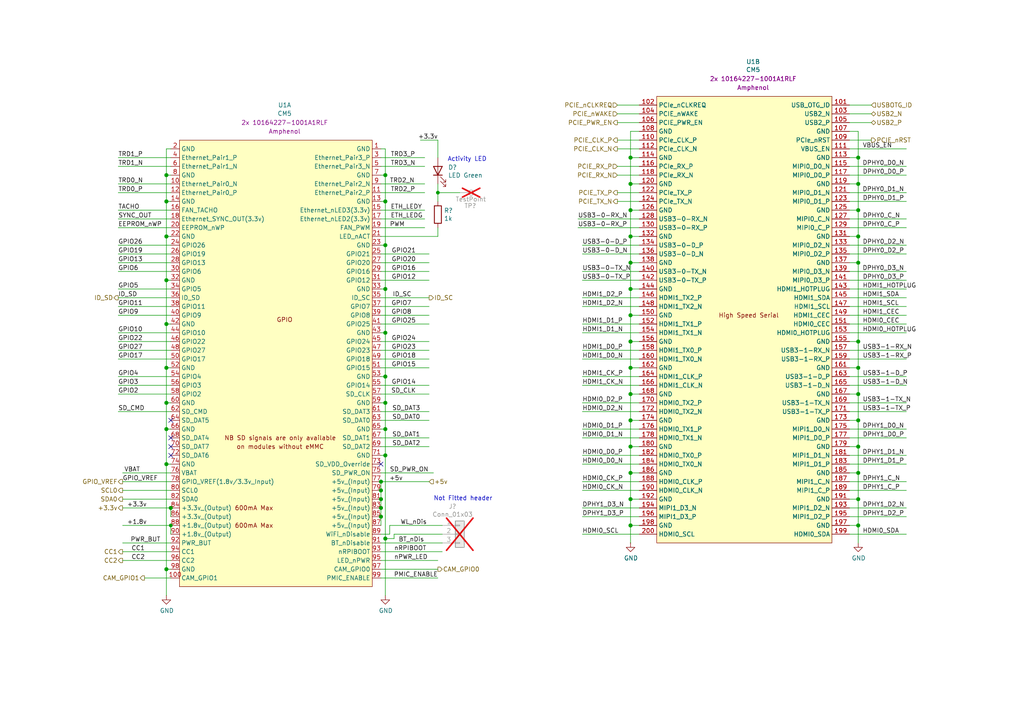
<source format=kicad_sch>
(kicad_sch (version 20250114) (generator "eeschema") (generator_version "9.0")
  (paper "A4")
  (text "Activity LED" (at 129.794 46.99 0) (effects (font (size 1.27 1.27)) (justify left bottom)))
  (text "Not Fitted header" (at 142.875 145.415 0) (effects (font (size 1.27 1.27)) (justify right bottom)))
  (junction (at 111.76 156.21) (diameter 1.016))
  (junction (at 48.26 134.62) (diameter 1.016))
  (junction (at 182.88 53.34) (diameter 1.016))
  (junction (at 248.92 114.3) (diameter 1.016))
  (junction (at 248.92 45.72) (diameter 1.016))
  (junction (at 248.92 121.92) (diameter 1.016))
  (junction (at 110.49 142.24) (diameter 1.016))
  (junction (at 248.92 144.78) (diameter 1.016))
  (junction (at 110.49 149.86) (diameter 1.016))
  (junction (at 48.26 124.46) (diameter 1.016))
  (junction (at 182.88 91.44) (diameter 1.016))
  (junction (at 49.53 152.4))
  (junction (at 111.76 124.46) (diameter 1.016))
  (junction (at 182.88 121.92) (diameter 1.016))
  (junction (at 182.88 152.4) (diameter 1.016))
  (junction (at 248.92 53.34) (diameter 1.016))
  (junction (at 248.92 76.2) (diameter 1.016))
  (junction (at 182.88 99.06) (diameter 1.016))
  (junction (at 182.88 129.54) (diameter 1.016))
  (junction (at 182.88 137.16) (diameter 1.016))
  (junction (at 110.49 139.7) (diameter 1.016))
  (junction (at 182.88 60.96) (diameter 1.016))
  (junction (at 48.26 116.84) (diameter 1.016))
  (junction (at 111.76 50.8) (diameter 1.016))
  (junction (at 182.88 106.68) (diameter 1.016))
  (junction (at 111.76 58.42) (diameter 1.016))
  (junction (at 48.26 58.42) (diameter 1.016))
  (junction (at 248.92 129.54) (diameter 1.016))
  (junction (at 111.76 96.52) (diameter 1.016))
  (junction (at 182.88 114.3) (diameter 1.016))
  (junction (at 248.92 68.58) (diameter 1.016))
  (junction (at 48.26 50.8) (diameter 1.016))
  (junction (at 110.49 147.32) (diameter 1.016))
  (junction (at 182.88 45.72) (diameter 1.016))
  (junction (at 182.88 144.78) (diameter 1.016))
  (junction (at 111.76 132.08) (diameter 1.016))
  (junction (at 127 55.88))
  (junction (at 248.92 106.68) (diameter 1.016))
  (junction (at 111.76 71.12) (diameter 1.016))
  (junction (at 182.88 76.2) (diameter 1.016))
  (junction (at 248.92 99.06) (diameter 1.016))
  (junction (at 182.88 83.82) (diameter 1.016))
  (junction (at 48.26 68.58) (diameter 1.016))
  (junction (at 48.26 81.28) (diameter 1.016))
  (junction (at 248.92 152.4) (diameter 1.016))
  (junction (at 182.88 68.58) (diameter 1.016))
  (junction (at 111.76 83.82) (diameter 1.016))
  (junction (at 48.26 165.1) (diameter 1.016))
  (junction (at 111.76 109.22) (diameter 1.016))
  (junction (at 48.26 106.68) (diameter 1.016))
  (junction (at 248.92 60.96) (diameter 1.016))
  (junction (at 49.53 147.32) (diameter 1.016))
  (junction (at 248.92 137.16) (diameter 1.016))
  (junction (at 110.49 144.78) (diameter 1.016))
  (junction (at 111.76 116.84) (diameter 1.016))
  (junction (at 48.26 93.98) (diameter 1.016))
  (no_connect (at 49.53 121.92))
  (no_connect (at 110.49 134.62))
  (no_connect (at 49.53 127))
  (no_connect (at 49.53 132.08))
  (no_connect (at 49.53 129.54))
  (wire (pts (xy 182.88 137.16) (xy 182.88 144.78)))
  (wire (pts (xy 110.49 124.46) (xy 111.76 124.46)))
  (wire (pts (xy 182.88 60.96) (xy 185.42 60.96)))
  (wire (pts (xy 34.29 76.2) (xy 49.53 76.2)))
  (wire (pts (xy 246.38 35.56) (xy 252.73 35.56)))
  (wire (pts (xy 246.38 144.78) (xy 248.92 144.78)))
  (wire (pts (xy 48.26 68.58) (xy 49.53 68.58)))
  (wire (pts (xy 248.92 137.16) (xy 248.92 144.78)))
  (wire (pts (xy 168.91 134.62) (xy 185.42 134.62)))
  (wire (pts (xy 34.29 63.5) (xy 49.53 63.5)))
  (wire (pts (xy 179.07 35.56) (xy 185.42 35.56)))
  (wire (pts (xy 248.92 152.4) (xy 248.92 157.48)))
  (wire (pts (xy 248.92 38.1) (xy 246.38 38.1)))
  (wire (pts (xy 168.91 78.74) (xy 185.42 78.74)))
  (wire (pts (xy 35.56 152.4) (xy 49.53 152.4)))
  (wire (pts (xy 168.91 132.08) (xy 185.42 132.08)))
  (wire (pts (xy 110.49 121.92) (xy 124.46 121.92)))
  (wire (pts (xy 246.38 58.42) (xy 262.89 58.42)))
  (wire (pts (xy 35.56 162.56) (xy 49.53 162.56)))
  (wire (pts (xy 110.49 43.18) (xy 111.76 43.18)))
  (wire (pts (xy 110.49 139.7) (xy 124.46 139.7)))
  (wire (pts (xy 182.88 76.2) (xy 182.88 83.82)))
  (wire (pts (xy 124.46 119.38) (xy 110.49 119.38)))
  (wire (pts (xy 110.49 88.9) (xy 124.46 88.9)))
  (wire (pts (xy 246.38 142.24) (xy 262.89 142.24)))
  (wire (pts (xy 111.76 132.08) (xy 111.76 156.21)))
  (wire (pts (xy 35.56 137.16) (xy 49.53 137.16)))
  (wire (pts (xy 246.38 106.68) (xy 248.92 106.68)))
  (wire (pts (xy 262.89 104.14) (xy 246.38 104.14)))
  (wire (pts (xy 246.38 60.96) (xy 248.92 60.96)))
  (wire (pts (xy 182.88 99.06) (xy 185.42 99.06)))
  (wire (pts (xy 182.88 76.2) (xy 185.42 76.2)))
  (wire (pts (xy 49.53 165.1) (xy 48.26 165.1)))
  (wire (pts (xy 179.07 30.48) (xy 185.42 30.48)))
  (wire (pts (xy 252.73 30.48) (xy 246.38 30.48)))
  (wire (pts (xy 182.88 68.58) (xy 182.88 76.2)))
  (wire (pts (xy 34.29 96.52) (xy 49.53 96.52)))
  (wire (pts (xy 246.38 137.16) (xy 248.92 137.16)))
  (wire (pts (xy 182.88 91.44) (xy 185.42 91.44)))
  (wire (pts (xy 48.26 116.84) (xy 48.26 124.46)))
  (wire (pts (xy 110.49 91.44) (xy 124.46 91.44)))
  (wire (pts (xy 168.91 149.86) (xy 185.42 149.86)))
  (wire (pts (xy 182.88 144.78) (xy 182.88 152.4)))
  (wire (pts (xy 110.49 81.28) (xy 124.46 81.28)))
  (wire (pts (xy 34.29 83.82) (xy 49.53 83.82)))
  (wire (pts (xy 110.49 48.26) (xy 123.19 48.26)))
  (wire (pts (xy 185.42 144.78) (xy 182.88 144.78)))
  (wire (pts (xy 246.38 96.52) (xy 262.89 96.52)))
  (wire (pts (xy 182.88 114.3) (xy 182.88 121.92)))
  (wire (pts (xy 110.49 165.1) (xy 127 165.1)))
  (wire (pts (xy 248.92 106.68) (xy 248.92 114.3)))
  (wire (pts (xy 111.76 96.52) (xy 111.76 109.22)))
  (wire (pts (xy 168.91 73.66) (xy 185.42 73.66)))
  (wire (pts (xy 248.92 129.54) (xy 248.92 137.16)))
  (wire (pts (xy 124.46 114.3) (xy 110.49 114.3)))
  (wire (pts (xy 34.29 109.22) (xy 49.53 109.22)))
  (wire (pts (xy 246.38 81.28) (xy 262.89 81.28)))
  (wire (pts (xy 48.26 106.68) (xy 48.26 116.84)))
  (wire (pts (xy 124.46 127) (xy 110.49 127)))
  (wire (pts (xy 114.3 156.21) (xy 114.3 154.94)))
  (wire (pts (xy 246.38 129.54) (xy 248.92 129.54)))
  (wire (pts (xy 110.49 157.48) (xy 128.27 157.48)))
  (wire (pts (xy 182.88 53.34) (xy 185.42 53.34)))
  (wire (pts (xy 182.88 152.4) (xy 182.88 157.48)))
  (wire (pts (xy 168.91 139.7) (xy 185.42 139.7)))
  (wire (pts (xy 35.56 142.24) (xy 49.53 142.24)))
  (wire (pts (xy 168.91 81.28) (xy 185.42 81.28)))
  (wire (pts (xy 111.76 116.84) (xy 111.76 124.46)))
  (wire (pts (xy 34.29 119.38) (xy 49.53 119.38)))
  (wire (pts (xy 246.38 91.44) (xy 262.89 91.44)))
  (wire (pts (xy 182.88 129.54) (xy 185.42 129.54)))
  (wire (pts (xy 246.38 134.62) (xy 262.89 134.62)))
  (wire (pts (xy 168.91 127) (xy 185.42 127)))
  (wire (pts (xy 110.49 73.66) (xy 124.46 73.66)))
  (wire (pts (xy 110.49 139.7) (xy 110.49 142.24)))
  (wire (pts (xy 168.91 124.46) (xy 185.42 124.46)))
  (wire (pts (xy 182.88 38.1) (xy 182.88 45.72)))
  (wire (pts (xy 246.38 149.86) (xy 262.89 149.86)))
  (wire (pts (xy 110.49 167.64) (xy 127 167.64)))
  (wire (pts (xy 113.03 152.4) (xy 128.27 152.4)))
  (wire (pts (xy 48.26 43.18) (xy 48.26 50.8)))
  (wire (pts (xy 246.38 45.72) (xy 248.92 45.72)))
  (wire (pts (xy 34.29 101.6) (xy 49.53 101.6)))
  (wire (pts (xy 34.29 45.72) (xy 49.53 45.72)))
  (wire (pts (xy 110.49 137.16) (xy 125.73 137.16)))
  (wire (pts (xy 168.91 116.84) (xy 185.42 116.84)))
  (wire (pts (xy 34.29 104.14) (xy 49.53 104.14)))
  (wire (pts (xy 48.26 68.58) (xy 48.26 81.28)))
  (wire (pts (xy 246.38 88.9) (xy 262.89 88.9)))
  (wire (pts (xy 168.91 109.22) (xy 185.42 109.22)))
  (wire (pts (xy 182.88 60.96) (xy 182.88 68.58)))
  (wire (pts (xy 110.49 99.06) (xy 124.46 99.06)))
  (wire (pts (xy 110.49 45.72) (xy 123.19 45.72)))
  (wire (pts (xy 110.49 111.76) (xy 124.46 111.76)))
  (wire (pts (xy 110.49 160.02) (xy 128.27 160.02)))
  (wire (pts (xy 34.29 114.3) (xy 49.53 114.3)))
  (wire (pts (xy 110.49 53.34) (xy 123.19 53.34)))
  (wire (pts (xy 168.91 142.24) (xy 185.42 142.24)))
  (wire (pts (xy 167.64 66.04) (xy 185.42 66.04)))
  (wire (pts (xy 246.38 66.04) (xy 262.89 66.04)))
  (wire (pts (xy 185.42 111.76) (xy 168.91 111.76)))
  (wire (pts (xy 48.26 116.84) (xy 49.53 116.84)))
  (wire (pts (xy 168.91 86.36) (xy 185.42 86.36)))
  (wire (pts (xy 246.38 83.82) (xy 262.89 83.82)))
  (wire (pts (xy 179.07 55.88) (xy 185.42 55.88)))
  (wire (pts (xy 34.29 91.44) (xy 49.53 91.44)))
  (wire (pts (xy 110.49 116.84) (xy 111.76 116.84)))
  (wire (pts (xy 111.76 109.22) (xy 111.76 116.84)))
  (wire (pts (xy 110.49 149.86) (xy 110.49 152.4)))
  (wire (pts (xy 246.38 86.36) (xy 262.89 86.36)))
  (wire (pts (xy 127 55.88) (xy 127 53.34)))
  (wire (pts (xy 246.38 99.06) (xy 248.92 99.06)))
  (wire (pts (xy 49.53 50.8) (xy 48.26 50.8)))
  (wire (pts (xy 182.88 91.44) (xy 182.88 99.06)))
  (wire (pts (xy 246.38 116.84) (xy 262.89 116.84)))
  (wire (pts (xy 110.49 162.56) (xy 127 162.56)))
  (wire (pts (xy 48.26 93.98) (xy 49.53 93.98)))
  (wire (pts (xy 182.88 68.58) (xy 185.42 68.58)))
  (wire (pts (xy 246.38 78.74) (xy 262.89 78.74)))
  (wire (pts (xy 182.88 83.82) (xy 182.88 91.44)))
  (wire (pts (xy 34.29 86.36) (xy 49.53 86.36)))
  (wire (pts (xy 48.26 134.62) (xy 49.53 134.62)))
  (wire (pts (xy 35.56 157.48) (xy 49.53 157.48)))
  (wire (pts (xy 34.29 111.76) (xy 49.53 111.76)))
  (wire (pts (xy 111.76 43.18) (xy 111.76 50.8)))
  (wire (pts (xy 48.26 58.42) (xy 48.26 68.58)))
  (wire (pts (xy 182.88 114.3) (xy 185.42 114.3)))
  (wire (pts (xy 35.56 144.78) (xy 49.53 144.78)))
  (wire (pts (xy 179.07 40.64) (xy 185.42 40.64)))
  (wire (pts (xy 34.29 66.04) (xy 49.53 66.04)))
  (wire (pts (xy 121.92 40.64) (xy 127 40.64)))
  (wire (pts (xy 168.91 154.94) (xy 185.42 154.94)))
  (wire (pts (xy 182.88 45.72) (xy 182.88 53.34)))
  (wire (pts (xy 168.91 71.12) (xy 185.42 71.12)))
  (wire (pts (xy 179.07 33.02) (xy 185.42 33.02)))
  (wire (pts (xy 110.49 144.78) (xy 110.49 147.32)))
  (wire (pts (xy 110.49 106.68) (xy 124.46 106.68)))
  (wire (pts (xy 246.38 139.7) (xy 262.89 139.7)))
  (wire (pts (xy 111.76 50.8) (xy 111.76 58.42)))
  (wire (pts (xy 48.26 134.62) (xy 48.26 165.1)))
  (wire (pts (xy 182.88 106.68) (xy 182.88 114.3)))
  (wire (pts (xy 111.76 71.12) (xy 111.76 83.82)))
  (wire (pts (xy 246.38 63.5) (xy 262.89 63.5)))
  (wire (pts (xy 110.49 93.98) (xy 124.46 93.98)))
  (wire (pts (xy 246.38 55.88) (xy 262.89 55.88)))
  (wire (pts (xy 246.38 119.38) (xy 262.89 119.38)))
  (wire (pts (xy 246.38 50.8) (xy 262.89 50.8)))
  (wire (pts (xy 179.07 43.18) (xy 185.42 43.18)))
  (wire (pts (xy 246.38 33.02) (xy 252.73 33.02)))
  (wire (pts (xy 110.49 60.96) (xy 123.19 60.96)))
  (wire (pts (xy 168.91 88.9) (xy 185.42 88.9)))
  (wire (pts (xy 111.76 156.21) (xy 114.3 156.21)))
  (wire (pts (xy 246.38 152.4) (xy 248.92 152.4)))
  (wire (pts (xy 49.53 43.18) (xy 48.26 43.18)))
  (wire (pts (xy 35.56 147.32) (xy 49.53 147.32)))
  (wire (pts (xy 110.49 71.12) (xy 111.76 71.12)))
  (wire (pts (xy 34.29 88.9) (xy 49.53 88.9)))
  (wire (pts (xy 246.38 93.98) (xy 262.89 93.98)))
  (wire (pts (xy 246.38 68.58) (xy 248.92 68.58)))
  (wire (pts (xy 182.88 53.34) (xy 182.88 60.96)))
  (wire (pts (xy 246.38 124.46) (xy 262.89 124.46)))
  (wire (pts (xy 185.42 152.4) (xy 182.88 152.4)))
  (wire (pts (xy 110.49 83.82) (xy 111.76 83.82)))
  (wire (pts (xy 110.49 55.88) (xy 123.19 55.88)))
  (wire (pts (xy 48.26 50.8) (xy 48.26 58.42)))
  (wire (pts (xy 48.26 93.98) (xy 48.26 106.68)))
  (wire (pts (xy 185.42 38.1) (xy 182.88 38.1)))
  (wire (pts (xy 34.29 71.12) (xy 49.53 71.12)))
  (wire (pts (xy 246.38 147.32) (xy 262.89 147.32)))
  (wire (pts (xy 182.88 121.92) (xy 182.88 129.54)))
  (wire (pts (xy 48.26 124.46) (xy 48.26 134.62)))
  (wire (pts (xy 182.88 121.92) (xy 185.42 121.92)))
  (wire (pts (xy 34.29 55.88) (xy 49.53 55.88)))
  (wire (pts (xy 110.49 66.04) (xy 123.19 66.04)))
  (wire (pts (xy 248.92 60.96) (xy 248.92 53.34)))
  (wire (pts (xy 49.53 154.94) (xy 49.53 152.4)))
  (wire (pts (xy 248.92 99.06) (xy 248.92 106.68)))
  (wire (pts (xy 110.49 154.94) (xy 113.03 154.94)))
  (wire (pts (xy 246.38 121.92) (xy 248.92 121.92)))
  (wire (pts (xy 248.92 114.3) (xy 248.92 121.92)))
  (wire (pts (xy 49.53 149.86) (xy 49.53 147.32)))
  (wire (pts (xy 110.49 147.32) (xy 110.49 149.86)))
  (wire (pts (xy 127 58.42) (xy 127 55.88)))
  (wire (pts (xy 246.38 127) (xy 262.89 127)))
  (wire (pts (xy 246.38 53.34) (xy 248.92 53.34)))
  (wire (pts (xy 168.91 93.98) (xy 185.42 93.98)))
  (wire (pts (xy 110.49 68.58) (xy 127 68.58)))
  (wire (pts (xy 246.38 43.18) (xy 262.89 43.18)))
  (wire (pts (xy 127 55.88) (xy 133.35 55.88)))
  (wire (pts (xy 110.49 129.54) (xy 124.46 129.54)))
  (wire (pts (xy 110.49 76.2) (xy 124.46 76.2)))
  (wire (pts (xy 248.92 76.2) (xy 248.92 99.06)))
  (wire (pts (xy 185.42 50.8) (xy 179.07 50.8)))
  (wire (pts (xy 182.88 45.72) (xy 185.42 45.72)))
  (wire (pts (xy 248.92 144.78) (xy 248.92 152.4)))
  (wire (pts (xy 48.26 81.28) (xy 48.26 93.98)))
  (wire (pts (xy 246.38 109.22) (xy 262.89 109.22)))
  (wire (pts (xy 246.38 48.26) (xy 262.89 48.26)))
  (wire (pts (xy 111.76 83.82) (xy 111.76 96.52)))
  (wire (pts (xy 127 68.58) (xy 127 66.04)))
  (wire (pts (xy 41.91 167.64) (xy 49.53 167.64)))
  (wire (pts (xy 110.49 63.5) (xy 123.19 63.5)))
  (wire (pts (xy 168.91 104.14) (xy 185.42 104.14)))
  (wire (pts (xy 34.29 99.06) (xy 49.53 99.06)))
  (wire (pts (xy 246.38 73.66) (xy 262.89 73.66)))
  (wire (pts (xy 48.26 81.28) (xy 49.53 81.28)))
  (wire (pts (xy 110.49 58.42) (xy 111.76 58.42)))
  (wire (pts (xy 246.38 71.12) (xy 262.89 71.12)))
  (wire (pts (xy 110.49 132.08) (xy 111.76 132.08)))
  (wire (pts (xy 182.88 137.16) (xy 185.42 137.16)))
  (wire (pts (xy 168.91 119.38) (xy 185.42 119.38)))
  (wire (pts (xy 111.76 156.21) (xy 111.76 172.72)))
  (wire (pts (xy 182.88 83.82) (xy 185.42 83.82)))
  (wire (pts (xy 248.92 45.72) (xy 248.92 38.1)))
  (wire (pts (xy 34.29 48.26) (xy 49.53 48.26)))
  (wire (pts (xy 110.49 104.14) (xy 124.46 104.14)))
  (wire (pts (xy 110.49 78.74) (xy 124.46 78.74)))
  (wire (pts (xy 246.38 111.76) (xy 262.89 111.76)))
  (wire (pts (xy 111.76 124.46) (xy 111.76 132.08)))
  (wire (pts (xy 246.38 40.64) (xy 252.73 40.64)))
  (wire (pts (xy 168.91 96.52) (xy 185.42 96.52)))
  (wire (pts (xy 182.88 106.68) (xy 185.42 106.68)))
  (wire (pts (xy 185.42 48.26) (xy 179.07 48.26)))
  (wire (pts (xy 34.29 73.66) (xy 49.53 73.66)))
  (wire (pts (xy 182.88 99.06) (xy 182.88 106.68)))
  (wire (pts (xy 34.29 78.74) (xy 49.53 78.74)))
  (wire (pts (xy 167.64 63.5) (xy 185.42 63.5)))
  (wire (pts (xy 110.49 50.8) (xy 111.76 50.8)))
  (wire (pts (xy 49.53 58.42) (xy 48.26 58.42)))
  (wire (pts (xy 246.38 154.94) (xy 262.89 154.94)))
  (wire (pts (xy 248.92 68.58) (xy 248.92 60.96)))
  (wire (pts (xy 34.29 53.34) (xy 49.53 53.34)))
  (wire (pts (xy 182.88 129.54) (xy 182.88 137.16)))
  (wire (pts (xy 246.38 132.08) (xy 262.89 132.08)))
  (wire (pts (xy 110.49 142.24) (xy 110.49 144.78)))
  (wire (pts (xy 248.92 121.92) (xy 248.92 129.54)))
  (wire (pts (xy 168.91 147.32) (xy 185.42 147.32)))
  (wire (pts (xy 179.07 58.42) (xy 185.42 58.42)))
  (wire (pts (xy 246.38 114.3) (xy 248.92 114.3)))
  (wire (pts (xy 35.56 139.7) (xy 49.53 139.7)))
  (wire (pts (xy 111.76 58.42) (xy 111.76 71.12)))
  (wire (pts (xy 35.56 160.02) (xy 49.53 160.02)))
  (wire (pts (xy 48.26 106.68) (xy 49.53 106.68)))
  (wire (pts (xy 113.03 154.94) (xy 113.03 152.4)))
  (wire (pts (xy 248.92 53.34) (xy 248.92 45.72)))
  (wire (pts (xy 110.49 101.6) (xy 124.46 101.6)))
  (wire (pts (xy 48.26 124.46) (xy 49.53 124.46)))
  (wire (pts (xy 110.49 86.36) (xy 124.46 86.36)))
  (wire (pts (xy 110.49 96.52) (xy 111.76 96.52)))
  (wire (pts (xy 114.3 154.94) (xy 128.27 154.94)))
  (wire (pts (xy 246.38 101.6) (xy 262.89 101.6)))
  (wire (pts (xy 48.26 165.1) (xy 48.26 172.72)))
  (wire (pts (xy 248.92 76.2) (xy 248.92 68.58)))
  (wire (pts (xy 110.49 109.22) (xy 111.76 109.22)))
  (wire (pts (xy 34.29 60.96) (xy 49.53 60.96)))
  (wire (pts (xy 127 40.64) (xy 127 45.72)))
  (wire (pts (xy 246.38 76.2) (xy 248.92 76.2)))
  (wire (pts (xy 168.91 101.6) (xy 185.42 101.6)))
  (label "HDMI1_D0_N" (at 168.91 104.14 0))
  (label "TRD2_P" (at 113.284 55.88 0))
  (label "USB3-1-D_N" (at 250.19 111.76 0))
  (label "DPHY0_D0_P" (at 262.255 50.8 180))
  (label "DPHY1_D1_N" (at 262.255 132.08 180))
  (label "HDMI1_HOTPLUG" (at 250.19 83.82 0))
  (label "+5v" (at 116.84 139.7 180))
  (label "GPIO13" (at 34.29 76.2 0))
  (label "HDMI1_CEC" (at 250.19 91.44 0))
  (label "GPIO14" (at 120.65 111.76 180))
  (label "GPIO24" (at 120.65 99.06 180))
  (label "GPIO11" (at 34.29 88.9 0))
  (label "GPIO26" (at 34.29 71.12 0))
  (label "HDMI1_SCL" (at 250.19 88.9 0))
  (label "GPIO22" (at 34.29 99.06 0))
  (label "TRD3_N" (at 113.284 48.26 0))
  (label "GPIO18" (at 120.65 104.14 180))
  (label "ETH_LEDY" (at 113.284 60.96 0))
  (label "nPWR_LED" (at 114.3 162.56 0))
  (label "HDMI0_D0_N" (at 168.91 134.62 0))
  (label "HDMI0_D0_P" (at 168.91 132.08 0))
  (label "WL_nDis" (at 123.825 152.4 180))
  (label "TRD3_P" (at 113.284 45.72 0))
  (label "DPHY1_D0_P" (at 262.255 127 180))
  (label "HDMI1_D2_N" (at 168.91 88.9 0))
  (label "VBUS_EN" (at 250.19 43.18 0))
  (label "GPIO27" (at 34.29 101.6 0))
  (label "USB3-0-D_P" (at 168.91 71.12 0))
  (label "SD_PWR_ON" (at 113.03 137.16 0))
  (label "HDMI1_SDA" (at 250.19 86.36 0))
  (label "+1.8v" (at 36.83 152.4 0))
  (label "HDMI0_HOTPLUG" (at 250.19 96.52 0))
  (label "GPIO2" (at 34.29 114.3 0))
  (label "PWM" (at 113.03 66.04 0))
  (label "nRPIBOOT" (at 114.3 160.02 0))
  (label "BT_nDis" (at 123.0376 157.48 180))
  (label "GPIO4" (at 34.29 109.22 0))
  (label "GPIO19" (at 34.29 73.66 0))
  (label "SD_DAT3" (at 121.92 119.38 180))
  (label "SD_DAT1" (at 121.92 127 180))
  (label "HDMI0_CEC" (at 250.19 93.98 0))
  (label "HDMI1_CK_P" (at 168.91 109.22 0))
  (label "DPHY1_C_P" (at 250.19 142.24 0))
  (label "USB3-0-TX_P" (at 168.91 81.28 0))
  (label "DPHY0_D2_N" (at 250.19 71.12 0))
  (label "GPIO_VREF" (at 35.56 139.7 0))
  (label "HDMI1_D1_N" (at 168.91 96.52 0))
  (label "ETH_LEDG" (at 113.284 63.5 0))
  (label "HDMI0_D2_P" (at 168.91 116.84 0))
  (label "TRD1_P" (at 34.29 45.72 0))
  (label "HDMI0_SDA" (at 250.19 154.94 0))
  (label "DPHY0_C_N" (at 250.19 63.5 0))
  (label "GPIO10" (at 34.29 96.52 0))
  (label "+3.3v" (at 127 40.64 180))
  (label "PWR_BUT" (at 37.846 157.48 0))
  (label "HDMI0_SCL" (at 168.91 154.94 0))
  (label "HDMI1_CK_N" (at 168.91 111.76 0))
  (label "HDMI1_D0_P" (at 168.91 101.6 0))
  (label "+3.3v" (at 36.83 147.32 0))
  (label "TRD1_N" (at 34.29 48.26 0))
  (label "USB3-1-RX_P" (at 250.19 104.14 0))
  (label "DPHY1_D2_N" (at 250.19 147.32 0))
  (label "GPIO5" (at 34.29 83.82 0))
  (label "SYNC_OUT" (at 34.29 63.5 0))
  (label "GPIO20" (at 120.65 76.2 180))
  (label "DPHY1_D1_P" (at 262.255 134.62 180))
  (label "HDMI0_CK_N" (at 168.91 142.24 0))
  (label "GPIO21" (at 120.65 73.66 180))
  (label "DPHY0_D0_N" (at 262.255 48.26 180))
  (label "SD_DAT2" (at 121.92 129.54 180))
  (label "DPHY0_D3_P" (at 262.255 81.28 180))
  (label "TRD0_N" (at 34.29 53.34 0))
  (label "GPIO6" (at 34.29 78.74 0))
  (label "USB3-0-RX_P" (at 167.64 66.04 0))
  (label "PMIC_ENABLE" (at 127 167.64 180))
  (label "GPIO7" (at 119.38 88.9 180))
  (label "DPHY0_D3_N" (at 262.255 78.74 180))
  (label "DPHY1_D2_P" (at 250.19 149.86 0))
  (label "CC1" (at 38.1 160.02 0))
  (label "DPHY0_D1_N" (at 262.255 55.88 180))
  (label "USB3-1-TX_P" (at 250.19 119.38 0))
  (label "ID_SD" (at 34.29 86.36 0))
  (label "DPHY1_C_N" (at 250.19 139.7 0))
  (label "DPHY0_D1_P" (at 262.255 58.42 180))
  (label "HDMI1_D1_P" (at 168.91 93.98 0))
  (label "GPIO25" (at 120.65 93.98 180))
  (label "HDMI0_D1_P" (at 168.91 124.46 0))
  (label "EEPROM_nWP" (at 34.29 66.04 0))
  (label "DPHY0_D2_P" (at 250.19 73.66 0))
  (label "HDMI0_D1_N" (at 168.91 127 0))
  (label "GPIO3" (at 34.29 111.76 0))
  (label "HDMI0_CK_P" (at 168.91 139.7 0))
  (label "USB3-0-RX_N" (at 167.64 63.5 0))
  (label "GPIO17" (at 34.29 104.14 0))
  (label "HDMI0_D2_N" (at 168.91 119.38 0))
  (label "DPHY0_C_P" (at 250.19 66.04 0))
  (label "USB3-1-D_P" (at 250.19 109.22 0))
  (label "GPIO8" (at 119.38 91.44 180))
  (label "TACHO" (at 34.29 60.96 0))
  (label "DPHY1_D0_N" (at 262.255 124.46 180))
  (label "USB3-0-TX_N" (at 168.91 78.74 0))
  (label "GPIO12" (at 120.65 81.28 180))
  (label "GPIO9" (at 34.29 91.44 0))
  (label "USB3-1-TX_N" (at 250.19 116.84 0))
  (label "SD_DAT0" (at 121.92 121.92 180))
  (label "GPIO23" (at 120.65 101.6 180))
  (label "VBAT" (at 40.64 137.16 180))
  (label "DPHY1_D3_P" (at 168.91 149.86 0))
  (label "CC2" (at 38.1 162.56 0))
  (label "SD_CMD" (at 34.29 119.38 0))
  (label "HDMI1_D2_P" (at 168.91 86.36 0))
  (label "ID_SC" (at 119.38 86.36 180))
  (label "USB3-0-D_N" (at 168.91 73.66 0))
  (label "DPHY1_D3_N" (at 168.91 147.32 0))
  (label "GPIO16" (at 120.65 78.74 180))
  (label "GPIO15" (at 120.65 106.68 180))
  (label "TRD2_N" (at 113.03 53.34 0))
  (label "TRD0_P" (at 34.29 55.88 0))
  (label "USB3-1-RX_N" (at 250.19 101.6 0))
  (label "SD_CLK" (at 120.65 114.3 180))
  (hierarchical_label "PCIE_TX_P" (shape output) (at 179.07 55.88 180))
  (hierarchical_label "CC2" (shape output) (at 35.56 162.56 180))
  (hierarchical_label "ID_SC" (shape output) (at 124.46 86.36 0))
  (hierarchical_label "GPIO_VREF" (shape output) (at 35.56 139.7 180))
  (hierarchical_label "USB2_P" (shape bidirectional) (at 252.73 35.56 0))
  (hierarchical_label "PCIE_nWAKE" (shape input) (at 179.07 33.02 180))
  (hierarchical_label "USBOTG_ID" (shape input) (at 252.73 30.48 0))
  (hierarchical_label "PCIE_nRST" (shape output) (at 252.73 40.64 0))
  (hierarchical_label "PCIE_TX_N" (shape output) (at 179.07 58.42 180))
  (hierarchical_label "CAM_GPIO0" (shape output) (at 127 165.1 0))
  (hierarchical_label "ID_SD" (shape output) (at 34.29 86.36 180))
  (hierarchical_label "PCIE_nCLKREQ" (shape input) (at 179.07 30.48 180))
  (hierarchical_label "+5v" (shape input) (at 124.46 139.7 0))
  (hierarchical_label "+3.3v" (shape output) (at 35.56 147.32 180))
  (hierarchical_label "USB2_N" (shape bidirectional) (at 252.73 33.02 0))
  (hierarchical_label "SCL0" (shape output) (at 35.56 142.24 180))
  (hierarchical_label "CAM_GPIO1" (shape output) (at 41.91 167.64 180))
  (hierarchical_label "PCIE_CLK_N" (shape output) (at 179.07 43.18 180))
  (hierarchical_label "PCIE_PWR_EN" (shape output) (at 179.07 35.56 180))
  (hierarchical_label "CC1" (shape output) (at 35.56 160.02 180))
  (hierarchical_label "PCIE_RX_P" (shape input) (at 179.07 48.26 180))
  (hierarchical_label "PCIE_RX_N" (shape input) (at 179.07 50.8 180))
  (hierarchical_label "SDA0" (shape output) (at 35.56 144.78 180))
  (hierarchical_label "PCIE_CLK_P" (shape output) (at 179.07 40.64 180))
  (symbol (lib_id "power:GND") (at 248.92 157.48 0) (unit 1)
    (property "Reference" "#PWR?" (effects (hide yes)))
    (property "Value" "GND" (at 249.047 161.8742 0))
    (property "Description" "Power symbol creates a global label with name \"GND\" , ground" (effects (hide yes)))
  )
  (symbol (lib_id "power:GND") (at 182.88 157.48 0) (unit 1)
    (property "Reference" "#PWR?" (effects (hide yes)))
    (property "Value" "GND" (at 183.007 161.8742 0))
    (property "Description" "Power symbol creates a global label with name \"GND\" , ground" (effects (hide yes)))
  )
  (symbol (lib_id "Device:LED") (at 127 49.53 90) (unit 1)
    (property "Reference" "D?" (at 129.9718 48.5394 90) (effects (justify right)))
    (property "Value" "LED Green" (at 129.9718 50.8508 90) (effects (justify right)))
    (property "Footprint" "LED_SMD:LED_0603_1608Metric" (effects (hide yes)))
    (property "Datasheet" "http://optoelectronics.liteon.com/upload/download/DS22-2000-226/LTST-S270KGKT.pdf" (effects (hide yes)))
    (property "Field4" "Digikey " (effects (hide yes)))
    (property "Field5" "LTST-S270KGKT" (effects (hide yes)))
    (property "Field6" "SML-A12M8TT86N" (effects (hide yes)))
    (property "Field7" "Rohm" (effects (hide yes)))
    (property "Field8" "650263301" (effects (hide yes)))
    (property "Part Description" "	Green 572nm LED Indication - Discrete 2.2V 2-SMD, No Lead" (effects (hide yes)))
  )
  (symbol (lib_id "Device:R") (at 127 62.23 0) (unit 1)
    (property "Reference" "R?" (at 128.778 61.0616 0) (effects (justify left)))
    (property "Value" "1k" (at 128.778 63.373 0) (effects (justify left)))
    (property "Footprint" "Resistor_SMD:R_0402_1005Metric" (effects (hide yes)))
    (property "Datasheet" "https://fscdn.rohm.com/en/products/databook/datasheet/passive/resistor/chip_resistor/mcr-e.pdf" (effects (hide yes)))
    (property "Field4" "Farnell" (effects (hide yes)))
    (property "Field5" "9239235" (effects (hide yes)))
    (property "Field7" "KOA EUROPE GMBH" (effects (hide yes)))
    (property "Field6" "RK73H1ETTP1001F" (effects (hide yes)))
    (property "Part Description" "Resistor 1K M1005 1% 63mW" (effects (hide yes)))
    (property "Field8" "125049511" (effects (hide yes)))
  )
  (symbol (lib_id "CM5IO:ComputeModule5-CM5") (at 82.55 99.06 0) (unit 1)
    (property "Reference" "U1" (at 82.55 30.48 0))
    (property "Value" "CM5" (at 82.55 32.9184 0))
    (property "Footprint" "CM5IO:Raspberry-Pi-5-Compute-Module" (effects (hide yes)))
    (property "Description" "RaspberryPi Compute module 5" (effects (hide yes)))
    (property "Field4" "Amphenol" (at 82.55 38.1 0))
    (property "Field5" "2x 10164227-1001A1RLF" (at 82.55 35.56 0))
    (property "Field6" "2x 10164227-1001A1RLF" (effects (hide yes)))
    (property "Field7" "Hirose" (effects (hide yes)))
    (property "Part Description" "	100 Position Connector Receptacle, Center Strip Contacts Surface Mount Gold" (effects (hide yes)))
  )
  (symbol (lib_id "Connector_Generic:Conn_01x03") (at 133.35 154.94 0) (unit 1) (exclude_from_sim yes) (in_bom no) (dnp yes)
    (property "Reference" "J?" (at 131.2672 146.8882 0))
    (property "Value" "Conn_01x03" (at 131.2672 149.1996 0))
    (property "Footprint" "Connector_PinHeader_2.54mm:PinHeader_1x03_P2.54mm_Vertical" (effects (hide yes)))
    (property "Field4" "nf" (effects (hide yes)))
    (property "Field5" "nf" (effects (hide yes)))
    (property "Field6" "nf" (effects (hide yes)))
    (property "Field7" "nf" (effects (hide yes)))
    (property "Part Description" "3pin 0.1\" connector" (effects (hide yes)))
  )
  (symbol (lib_id "power:GND") (at 111.76 172.72 0) (unit 1)
    (property "Reference" "#PWR01" (effects (hide yes)))
    (property "Value" "GND" (at 111.887 177.1142 0))
    (property "Description" "Power symbol creates a global label with name \"GND\" , ground" (effects (hide yes)))
  )
  (symbol (lib_name "ComputeModule5-CM5_1") (lib_id "CM5IO:ComputeModule5-CM5") (at 76.2 91.44 0) (unit 2)
    (property "Reference" "U1" (at 218.44 17.907 0))
    (property "Value" "CM5" (at 218.44 20.2184 0))
    (property "Footprint" "CM5IO:Raspberry-Pi-5-Compute-Module" (effects (hide yes)))
    (property "Description" "RaspberryPi Compute module 5" (effects (hide yes)))
    (property "Field4" "Amphenol" (at 218.44 25.4 0))
    (property "Field5" "2x 10164227-1001A1RLF" (at 218.44 22.86 0))
    (property "Field6" "2x 10164227-1001A1RLF" (effects (hide yes)))
    (property "Field7" "Hirose" (effects (hide yes)))
    (property "Part Description" "	100 Position Connector Receptacle, Center Strip Contacts Surface Mount Gold" (effects (hide yes)))
  )
  (symbol (lib_id "Connector:TestPoint") (at 133.35 55.88 270) (unit 1) (in_bom no) (dnp yes)
    (property "Reference" "TP?" (at 134.62 59.69 90) (effects (justify left)))
    (property "Value" "TestPoint" (at 132.08 57.785 90) (effects (justify left)))
    (property "Footprint" "TestPoint:TestPoint_Pad_2.0x2.0mm" (effects (hide yes)))
    (property "Field4" "nf" (effects (hide yes)))
    (property "Field5" "nf" (effects (hide yes)))
    (property "Field6" "nf" (effects (hide yes)))
    (property "Field7" "nf" (effects (hide yes)))
    (property "Part Description" "Test point" (effects (hide yes)))
  )
  (symbol (lib_id "power:GND") (at 48.26 172.72 0) (unit 1)
    (property "Reference" "#PWR02" (effects (hide yes)))
    (property "Value" "GND" (at 48.387 177.1142 0))
    (property "Description" "Power symbol creates a global label with name \"GND\" , ground" (effects (hide yes)))
  )
)
</source>
